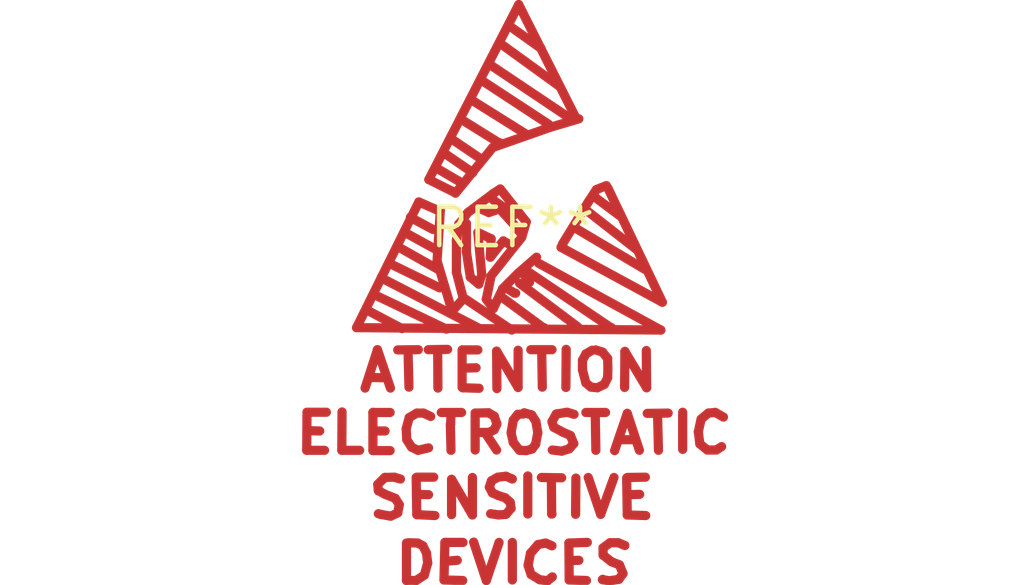
<source format=kicad_pcb>
(kicad_pcb (version 20240108) (generator pcbnew)
  (layers (0 "F.Cu" signal) (31 "B.Cu" signal) (34 "B.Paste" user) (35 "F.Paste" user) (36 "B.SilkS" user "B.Silkscreen") (37 "F.SilkS" user "F.Silkscreen") (38 "B.Mask" user) (39 "F.Mask" user) (44 "Edge.Cuts" user))
  (net 0 "")
  (footprint "Symbol_ESD-Logo-Text_CopperTop" (layer "F.Cu") (at 0 0)
    (property "Reference" "REF**")
    (property "Value" "Symbol_ESD-Logo-Text_CopperTop")
    (fp_line (start -6.79958 7.37108) (end -6.2103 7.37108) (layer "F.Cu") (stroke (width 0.3048)))
    (fp_line (start -6.78942 6.11124) (end -6.79958 7.37108) (layer "F.Cu") (stroke (width 0.3048)))
    (fp_line (start -6.37032 6.731) (end -6.74878 6.72084) (layer "F.Cu") (stroke (width 0.3048)))
    (fp_line (start -6.14934 6.11124) (end -6.78942 6.11124) (layer "F.Cu") (stroke (width 0.3048)))
    (fp_line (start -5.6388 7.37108) (end -5.04952 7.37108) (layer "F.Cu") (stroke (width 0.3048)))
    (fp_line (start -5.63118 6.10108) (end -5.6388 7.37108) (layer "F.Cu") (stroke (width 0.3048)))
    (fp_line (start -5.15112 3.31216) (end 4.90982 3.3909) (layer "F.Cu") (stroke (width 0.3048)))
    (fp_line (start -4.86918 5.31114) (end -4.46024 4.04114) (layer "F.Cu") (stroke (width 0.3048)))
    (fp_line (start -4.77012 2.75082) (end -3.64998 3.34264) (layer "F.Cu") (stroke (width 0.3048)))
    (fp_line (start -4.7498 4.96062) (end -4.15036 4.97078) (layer "F.Cu") (stroke (width 0.3048)))
    (fp_line (start -4.6101 6.11886) (end -4.6101 7.38124) (layer "F.Cu") (stroke (width 0.3048)))
    (fp_line (start -4.6101 6.11886) (end -4.04114 6.11886) (layer "F.Cu") (stroke (width 0.3048)))
    (fp_line (start -4.6101 7.38124) (end -4.04114 7.38124) (layer "F.Cu") (stroke (width 0.3048)))
    (fp_line (start -4.59994 6.12902) (end -4.6101 6.11886) (layer "F.Cu") (stroke (width 0.3048)))
    (fp_line (start -4.5593 2.2225) (end -2.17932 3.36042) (layer "F.Cu") (stroke (width 0.3048)))
    (fp_line (start -4.5593 6.731) (end -4.20878 6.731) (layer "F.Cu") (stroke (width 0.3048)))
    (fp_line (start -4.46024 4.04114) (end -4.03098 5.31114) (layer "F.Cu") (stroke (width 0.3048)))
    (fp_line (start -4.45008 8.49884) (end -4.42976 8.70966) (layer "F.Cu") (stroke (width 0.3048)))
    (fp_line (start -4.42976 8.70966) (end -4.20116 8.82904) (layer "F.Cu") (stroke (width 0.3048)))
    (fp_line (start -4.36118 9.48944) (end -4.42976 9.46912) (layer "F.Cu") (stroke (width 0.3048)))
    (fp_line (start -4.34086 1.66116) (end -1.14046 3.31216) (layer "F.Cu") (stroke (width 0.3048)))
    (fp_line (start -4.21894 8.27024) (end -4.45008 8.49884) (layer "F.Cu") (stroke (width 0.3048)))
    (fp_line (start -4.20116 8.82904) (end -3.87096 8.96112) (layer "F.Cu") (stroke (width 0.3048)))
    (fp_line (start -4.03098 1.20142) (end -2.41046 1.99136) (layer "F.Cu") (stroke (width 0.3048)))
    (fp_line (start -4.02082 9.5504) (end -4.36118 9.48944) (layer "F.Cu") (stroke (width 0.3048)))
    (fp_line (start -3.90906 8.26008) (end -4.21894 8.27024) (layer "F.Cu") (stroke (width 0.3048)))
    (fp_line (start -3.87096 8.96112) (end -3.73888 9.1694) (layer "F.Cu") (stroke (width 0.3048)))
    (fp_line (start -3.78968 4.04876) (end -3.10896 4.04114) (layer "F.Cu") (stroke (width 0.3048)))
    (fp_line (start -3.78968 9.44118) (end -4.02082 9.5504) (layer "F.Cu") (stroke (width 0.3048)))
    (fp_line (start -3.74904 0.65278) (end -2.46126 1.38176) (layer "F.Cu") (stroke (width 0.3048)))
    (fp_line (start -3.73888 9.1694) (end -3.78968 9.44118) (layer "F.Cu") (stroke (width 0.3048)))
    (fp_line (start -3.70078 8.32104) (end -3.90906 8.26008) (layer "F.Cu") (stroke (width 0.3048)))
    (fp_line (start -3.55092 0.16256) (end -2.47904 0.75184) (layer "F.Cu") (stroke (width 0.3048)))
    (fp_line (start -3.51028 6.65988) (end -3.48996 7.02056) (layer "F.Cu") (stroke (width 0.3048)))
    (fp_line (start -3.50012 10.4394) (end -3.50012 11.67892) (layer "F.Cu") (stroke (width 0.3048)))
    (fp_line (start -3.50012 11.67892) (end -3.18008 11.67892) (layer "F.Cu") (stroke (width 0.3048)))
    (fp_line (start -3.48996 7.02056) (end -3.32994 7.26948) (layer "F.Cu") (stroke (width 0.3048)))
    (fp_line (start -3.44932 4.04876) (end -3.41884 5.28066) (layer "F.Cu") (stroke (width 0.3048)))
    (fp_line (start -3.41122 6.28904) (end -3.51028 6.65988) (layer "F.Cu") (stroke (width 0.3048)))
    (fp_line (start -3.37058 -0.33782) (end -2.6289 0.06096) (layer "F.Cu") (stroke (width 0.3048)))
    (fp_line (start -3.32994 7.26948) (end -3.11912 7.37108) (layer "F.Cu") (stroke (width 0.3048)))
    (fp_line (start -3.18008 11.67892) (end -2.91084 11.50112) (layer "F.Cu") (stroke (width 0.3048)))
    (fp_line (start -3.15976 6.13918) (end -3.41122 6.28904) (layer "F.Cu") (stroke (width 0.3048)))
    (fp_line (start -3.15976 9.4996) (end -3.18008 8.27024) (layer "F.Cu") (stroke (width 0.3048)))
    (fp_line (start -3.12928 10.4394) (end -3.429 10.42924) (layer "F.Cu") (stroke (width 0.3048)))
    (fp_line (start -3.11912 7.37108) (end -2.77114 7.2898) (layer "F.Cu") (stroke (width 0.3048)))
    (fp_line (start -3.09118 -0.84836) (end -5.15112 3.31216) (layer "F.Cu") (stroke (width 0.3048)))
    (fp_line (start -2.9591 10.53084) (end -3.12928 10.4394) (layer "F.Cu") (stroke (width 0.3048)))
    (fp_line (start -2.93878 6.13918) (end -3.15976 6.13918) (layer "F.Cu") (stroke (width 0.3048)))
    (fp_line (start -2.91084 11.50112) (end -2.79908 11.0998) (layer "F.Cu") (stroke (width 0.3048)))
    (fp_line (start -2.83972 10.7696) (end -2.9591 10.53084) (layer "F.Cu") (stroke (width 0.3048)))
    (fp_line (start -2.79908 11.0998) (end -2.83972 10.7696) (layer "F.Cu") (stroke (width 0.3048)))
    (fp_line (start -2.77876 4.04114) (end -2.14122 4.03098) (layer "F.Cu") (stroke (width 0.3048)))
    (fp_line (start -2.77114 8.8392) (end -3.16992 8.82904) (layer "F.Cu") (stroke (width 0.3048)))
    (fp_line (start -2.76098 -1.5875) (end -1.89992 -1.15824) (layer "F.Cu") (stroke (width 0.3048)))
    (fp_line (start -2.70002 6.25094) (end -2.93878 6.13918) (layer "F.Cu") (stroke (width 0.3048)))
    (fp_line (start -2.60096 8.26008) (end -3.1496 8.26008) (layer "F.Cu") (stroke (width 0.3048)))
    (fp_line (start -2.56032 9.53008) (end -3.15976 9.4996) (layer "F.Cu") (stroke (width 0.3048)))
    (fp_line (start -2.50952 -1.9685) (end -1.6891 -1.48844) (layer "F.Cu") (stroke (width 0.3048)))
    (fp_line (start -2.4892 1.10236) (end -1.99136 2.77114) (layer "F.Cu") (stroke (width 0.3048)))
    (fp_line (start -2.46126 -0.56896) (end -3.09118 -0.84836) (layer "F.Cu") (stroke (width 0.3048)))
    (fp_line (start -2.46126 5.31114) (end -2.46888 4.05892) (layer "F.Cu") (stroke (width 0.3048)))
    (fp_line (start -2.41046 1.99136) (end -2.37998 1.99136) (layer "F.Cu") (stroke (width 0.3048)))
    (fp_line (start -2.37998 -0.57912) (end -2.4892 1.10236) (layer "F.Cu") (stroke (width 0.3048)))
    (fp_line (start -2.3495 6.11886) (end -1.67894 6.11886) (layer "F.Cu") (stroke (width 0.3048)))
    (fp_line (start -2.2606 11.66114) (end -1.64084 11.67892) (layer "F.Cu") (stroke (width 0.3048)))
    (fp_line (start -2.23012 -2.44856) (end -1.31064 -1.81864) (layer "F.Cu") (stroke (width 0.3048)))
    (fp_line (start -2.23012 10.41908) (end -2.2606 11.66114) (layer "F.Cu") (stroke (width 0.3048)))
    (fp_line (start -2.159 11.03884) (end -2.159 11.02106) (layer "F.Cu") (stroke (width 0.3048)))
    (fp_line (start -2.04978 -2.9591) (end -1.03124 -2.26822) (layer "F.Cu") (stroke (width 0.3048)))
    (fp_line (start -2.04978 6.49986) (end -2.02946 7.37108) (layer "F.Cu") (stroke (width 0.3048)))
    (fp_line (start -2.03962 6.52018) (end -2.02946 6.12902) (layer "F.Cu") (stroke (width 0.3048)))
    (fp_line (start -2.02946 6.12902) (end -2.00914 6.12902) (layer "F.Cu") (stroke (width 0.3048)))
    (fp_line (start -2.00914 8.3312) (end -1.3208 9.50976) (layer "F.Cu") (stroke (width 0.3048)))
    (fp_line (start -2.00914 9.4996) (end -2.00914 8.3312) (layer "F.Cu") (stroke (width 0.3048)))
    (fp_line (start -1.99136 2.77114) (end -1.62052 2.35204) (layer "F.Cu") (stroke (width 0.3048)))
    (fp_line (start -1.89992 -1.15824) (end -1.86944 -1.15824) (layer "F.Cu") (stroke (width 0.3048)))
    (fp_line (start -1.84912 0.42164) (end -1.77038 -0.11938) (layer "F.Cu") (stroke (width 0.3048)))
    (fp_line (start -1.84912 1.48082) (end -1.84912 0.42164) (layer "F.Cu") (stroke (width 0.3048)))
    (fp_line (start -1.82118 11.0109) (end -2.159 11.03884) (layer "F.Cu") (stroke (width 0.3048)))
    (fp_line (start -1.77038 -0.11938) (end -1.71958 -0.16764) (layer "F.Cu") (stroke (width 0.3048)))
    (fp_line (start -1.71958 -3.59918) (end -0.44958 -2.80924) (layer "F.Cu") (stroke (width 0.3048)))
    (fp_line (start -1.71958 -0.16764) (end -1.47066 -0.49784) (layer "F.Cu") (stroke (width 0.3048)))
    (fp_line (start -1.66116 4.04876) (end -1.66116 5.28066) (layer "F.Cu") (stroke (width 0.3048)))
    (fp_line (start -1.66116 5.28066) (end -1.651 5.28066) (layer "F.Cu") (stroke (width 0.3048)))
    (fp_line (start -1.651 4.04876) (end -1.14046 4.04876) (layer "F.Cu") (stroke (width 0.3048)))
    (fp_line (start -1.64084 5.30098) (end -1.63068 5.30098) (layer "F.Cu") (stroke (width 0.3048)))
    (fp_line (start -1.63068 10.41908) (end -2.23012 10.41908) (layer "F.Cu") (stroke (width 0.3048)))
    (fp_line (start -1.62052 2.35204) (end -1.84912 1.48082) (layer "F.Cu") (stroke (width 0.3048)))
    (fp_line (start -1.62052 4.65074) (end -1.6002 4.65074) (layer "F.Cu") (stroke (width 0.3048)))
    (fp_line (start -1.53924 2.37236) (end -0.02032 3.3909) (layer "F.Cu") (stroke (width 0.3048)))
    (fp_line (start -1.51892 -0.1397) (end -1.51892 0.80264) (layer "F.Cu") (stroke (width 0.3048)))
    (fp_line (start -1.51892 0.80264) (end -1.38938 1.64084) (layer "F.Cu") (stroke (width 0.3048)))
    (fp_line (start -1.47066 -0.49784) (end -0.62992 -1.12776) (layer "F.Cu") (stroke (width 0.3048)))
    (fp_line (start -1.38938 1.64084) (end -1.10998 1.87198) (layer "F.Cu") (stroke (width 0.3048)))
    (fp_line (start -1.3589 -4.2291) (end 0.45974 -3.08864) (layer "F.Cu") (stroke (width 0.3048)))
    (fp_line (start -1.3208 9.50976) (end -1.3208 8.27024) (layer "F.Cu") (stroke (width 0.3048)))
    (fp_line (start -1.31064 -1.81864) (end -1.31064 -1.83896) (layer "F.Cu") (stroke (width 0.3048)))
    (fp_line (start -1.28016 10.40892) (end -0.86106 11.67892) (layer "F.Cu") (stroke (width 0.3048)))
    (fp_line (start -1.22936 6.13918) (end -0.78994 6.12902) (layer "F.Cu") (stroke (width 0.3048)))
    (fp_line (start -1.22936 7.36092) (end -1.22936 6.13918) (layer "F.Cu") (stroke (width 0.3048)))
    (fp_line (start -1.19888 4.64058) (end -1.62052 4.65074) (layer "F.Cu") (stroke (width 0.3048)))
    (fp_line (start -1.17094 6.77926) (end -1.16078 6.77926) (layer "F.Cu") (stroke (width 0.3048)))
    (fp_line (start -1.14046 0.16256) (end -0.70104 0.37084) (layer "F.Cu") (stroke (width 0.3048)))
    (fp_line (start -1.10998 -0.6477) (end -0.77978 -0.49784) (layer "F.Cu") (stroke (width 0.3048)))
    (fp_line (start -1.10998 1.87198) (end -1.01092 1.5621) (layer "F.Cu") (stroke (width 0.3048)))
    (fp_line (start -1.09982 5.31876) (end -1.64084 5.30098) (layer "F.Cu") (stroke (width 0.3048)))
    (fp_line (start -1.01092 -4.86918) (end 1.19888 -3.41884) (layer "F.Cu") (stroke (width 0.3048)))
    (fp_line (start -1.01092 1.5621) (end -1.14046 0.16256) (layer "F.Cu") (stroke (width 0.3048)))
    (fp_line (start -0.87884 6.8199) (end -0.5207 7.36092) (layer "F.Cu") (stroke (width 0.3048)))
    (fp_line (start -0.86106 2.37236) (end -0.62992 2.68224) (layer "F.Cu") (stroke (width 0.3048)))
    (fp_line (start -0.86106 11.67892) (end -0.43942 10.41908) (layer "F.Cu") (stroke (width 0.3048)))
    (fp_line (start -0.78994 6.12902) (end -0.59944 6.24078) (layer "F.Cu") (stroke (width 0.3048)))
    (fp_line (start -0.77978 -0.49784) (end -0.4191 -0.61722) (layer "F.Cu") (stroke (width 0.3048)))
    (fp_line (start -0.76962 6.77926) (end -1.17094 6.77926) (layer "F.Cu") (stroke (width 0.3048)))
    (fp_line (start -0.75946 8.59028) (end -0.6604 8.78078) (layer "F.Cu") (stroke (width 0.3048)))
    (fp_line (start -0.7493 -5.3975) (end 1.85928 -3.64744) (layer "F.Cu") (stroke (width 0.3048)))
    (fp_line (start -0.72898 0.98044) (end -0.29972 0.44196) (layer "F.Cu") (stroke (width 0.3048)))
    (fp_line (start -0.70104 0.37084) (end -0.72898 0.98044) (layer "F.Cu") (stroke (width 0.3048)))
    (fp_line (start -0.70104 1.59258) (end -0.86106 2.37236) (layer "F.Cu") (stroke (width 0.3048)))
    (fp_line (start -0.69088 8.37946) (end -0.75946 8.59028) (layer "F.Cu") (stroke (width 0.3048)))
    (fp_line (start -0.6604 8.78078) (end -0.45974 8.86968) (layer "F.Cu") (stroke (width 0.3048)))
    (fp_line (start -0.65024 -2.64922) (end -1.8796 -1.13792) (layer "F.Cu") (stroke (width 0.3048)))
    (fp_line (start -0.65024 -0.92964) (end 0.06096 -0.4191) (layer "F.Cu") (stroke (width 0.3048)))
    (fp_line (start -0.62992 -1.12776) (end -0.40132 -1.27762) (layer "F.Cu") (stroke (width 0.3048)))
    (fp_line (start -0.62992 2.68224) (end -0.32004 2.02184) (layer "F.Cu") (stroke (width 0.3048)))
    (fp_line (start -0.59944 6.24078) (end -0.51054 6.49986) (layer "F.Cu") (stroke (width 0.3048)))
    (fp_line (start -0.59944 6.69036) (end -0.76962 6.77926) (layer "F.Cu") (stroke (width 0.3048)))
    (fp_line (start -0.5207 4.0894) (end 0.1905 5.29082) (layer "F.Cu") (stroke (width 0.3048)))
    (fp_line (start -0.51054 5.32892) (end -0.5207 4.0894) (layer "F.Cu") (stroke (width 0.3048)))
    (fp_line (start -0.51054 6.49986) (end -0.59944 6.69036) (layer "F.Cu") (stroke (width 0.3048)))
    (fp_line (start -0.48006 8.26008) (end -0.69088 8.37946) (layer "F.Cu") (stroke (width 0.3048)))
    (fp_line (start -0.45974 8.86968) (end -0.23876 8.9408) (layer "F.Cu") (stroke (width 0.3048)))
    (fp_line (start -0.44958 -2.80924) (end -0.4191 -2.80924) (layer "F.Cu") (stroke (width 0.3048)))
    (fp_line (start -0.44958 9.50976) (end -0.71882 9.46912) (layer "F.Cu") (stroke (width 0.3048)))
    (fp_line (start -0.4191 -0.61722) (end 0.06096 -0.0889) (layer "F.Cu") (stroke (width 0.3048)))
    (fp_line (start -0.40132 -1.27762) (end 0.45974 -0.18796) (layer "F.Cu") (stroke (width 0.3048)))
    (fp_line (start -0.35052 -6.0579) (end 1.57988 -4.65836) (layer "F.Cu") (stroke (width 0.3048)))
    (fp_line (start -0.35052 2.30124) (end 1.02108 3.31216) (layer "F.Cu") (stroke (width 0.3048)))
    (fp_line (start -0.32004 2.02184) (end 0.1905 1.5113) (layer "F.Cu") (stroke (width 0.3048)))
    (fp_line (start -0.29972 0.44196) (end -0.07112 0.5715) (layer "F.Cu") (stroke (width 0.3048)))
    (fp_line (start -0.23876 8.9408) (end -0.07112 9.09066) (layer "F.Cu") (stroke (width 0.3048)))
    (fp_line (start -0.22098 1.99136) (end 0.07874 2.1717) (layer "F.Cu") (stroke (width 0.3048)))
    (fp_line (start -0.21082 8.2296) (end -0.48006 8.26008) (layer "F.Cu") (stroke (width 0.3048)))
    (fp_line (start -0.21082 9.48944) (end -0.44958 9.50976) (layer "F.Cu") (stroke (width 0.3048)))
    (fp_line (start -0.0889 -6.6675) (end 0.94996 -5.92836) (layer "F.Cu") (stroke (width 0.3048)))
    (fp_line (start -0.07112 9.09066) (end -0.04064 9.28878) (layer "F.Cu") (stroke (width 0.3048)))
    (fp_line (start -0.04064 6.78942) (end 0.03048 6.37032) (layer "F.Cu") (stroke (width 0.3048)))
    (fp_line (start -0.04064 9.28878) (end -0.21082 9.48944) (layer "F.Cu") (stroke (width 0.3048)))
    (fp_line (start 0 8.32104) (end -0.21082 8.2296) (layer "F.Cu") (stroke (width 0.3048)))
    (fp_line (start 0 10.41908) (end 0 11.66114) (layer "F.Cu") (stroke (width 0.3048)))
    (fp_line (start 0.03048 6.37032) (end 0.18034 6.17982) (layer "F.Cu") (stroke (width 0.3048)))
    (fp_line (start 0.03048 7.10946) (end -0.04064 6.78942) (layer "F.Cu") (stroke (width 0.3048)))
    (fp_line (start 0.06096 -0.0889) (end 0.23876 0.14224) (layer "F.Cu") (stroke (width 0.3048)))
    (fp_line (start 0.07874 2.1717) (end 0.10922 2.1717) (layer "F.Cu") (stroke (width 0.3048)))
    (fp_line (start 0.18034 6.17982) (end 0.36068 6.16966) (layer "F.Cu") (stroke (width 0.3048)))
    (fp_line (start 0.1905 1.5113) (end 0.8001 0.98044) (layer "F.Cu") (stroke (width 0.3048)))
    (fp_line (start 0.1905 5.29082) (end 0.1905 4.05892) (layer "F.Cu") (stroke (width 0.3048)))
    (fp_line (start 0.21082 -7.3787) (end -2.76098 -1.5875) (layer "F.Cu") (stroke (width 0.3048)))
    (fp_line (start 0.23876 1.8415) (end 2.16916 3.29184) (layer "F.Cu") (stroke (width 0.3048)))
    (fp_line (start 0.23876 7.37108) (end 0.03048 7.10946) (layer "F.Cu") (stroke (width 0.3048)))
    (fp_line (start 0.30988 0.32258) (end -0.70104 1.59258) (layer "F.Cu") (stroke (width 0.3048)))
    (fp_line (start 0.30988 1.4605) (end 0.56896 1.81102) (layer "F.Cu") (stroke (width 0.3048)))
    (fp_line (start 0.39116 6.12902) (end 0.64008 6.20014) (layer "F.Cu") (stroke (width 0.3048)))
    (fp_line (start 0.45974 -0.18796) (end 0.30988 0.32258) (layer "F.Cu") (stroke (width 0.3048)))
    (fp_line (start 0.45974 7.38124) (end 0.23876 7.37108) (layer "F.Cu") (stroke (width 0.3048)))
    (fp_line (start 0.51054 8.21944) (end 0.51054 9.47928) (layer "F.Cu") (stroke (width 0.3048)))
    (fp_line (start 0.5207 1.4605) (end 3.25882 3.31216) (layer "F.Cu") (stroke (width 0.3048)))
    (fp_line (start 0.5207 11.18108) (end 0.61976 11.4808) (layer "F.Cu") (stroke (width 0.3048)))
    (fp_line (start 0.59944 10.77976) (end 0.5207 11.18108) (layer "F.Cu") (stroke (width 0.3048)))
    (fp_line (start 0.6096 4.04114) (end 1.31064 4.04114) (layer "F.Cu") (stroke (width 0.3048)))
    (fp_line (start 0.61976 11.4808) (end 0.89916 11.65098) (layer "F.Cu") (stroke (width 0.3048)))
    (fp_line (start 0.64008 6.20014) (end 0.77978 6.42112) (layer "F.Cu") (stroke (width 0.3048)))
    (fp_line (start 0.65024 7.33044) (end 0.45974 7.38124) (layer "F.Cu") (stroke (width 0.3048)))
    (fp_line (start 0.76962 7.17042) (end 0.65024 7.33044) (layer "F.Cu") (stroke (width 0.3048)))
    (fp_line (start 0.77978 6.42112) (end 0.84074 6.78942) (layer "F.Cu") (stroke (width 0.3048)))
    (fp_line (start 0.84074 6.78942) (end 0.76962 7.17042) (layer "F.Cu") (stroke (width 0.3048)))
    (fp_line (start 0.8509 10.4902) (end 0.59944 10.77976) (layer "F.Cu") (stroke (width 0.3048)))
    (fp_line (start 0.89916 11.65098) (end 1.16078 11.68908) (layer "F.Cu") (stroke (width 0.3048)))
    (fp_line (start 0.96012 8.27024) (end 1.63068 8.2804) (layer "F.Cu") (stroke (width 0.3048)))
    (fp_line (start 0.97028 4.06908) (end 0.9906 5.28066) (layer "F.Cu") (stroke (width 0.3048)))
    (fp_line (start 1.02108 3.31216) (end 1.04902 3.31216) (layer "F.Cu") (stroke (width 0.3048)))
    (fp_line (start 1.09982 10.4394) (end 0.8509 10.4902) (layer "F.Cu") (stroke (width 0.3048)))
    (fp_line (start 1.16078 11.68908) (end 1.31064 11.5697) (layer "F.Cu") (stroke (width 0.3048)))
    (fp_line (start 1.24968 -3.31724) (end -0.65024 -2.64922) (layer "F.Cu") (stroke (width 0.3048)))
    (fp_line (start 1.29032 8.29056) (end 1.30048 9.47928) (layer "F.Cu") (stroke (width 0.3048)))
    (fp_line (start 1.30048 9.47928) (end 1.31064 9.47928) (layer "F.Cu") (stroke (width 0.3048)))
    (fp_line (start 1.31064 6.42112) (end 1.36906 6.60908) (layer "F.Cu") (stroke (width 0.3048)))
    (fp_line (start 1.31064 10.53084) (end 1.09982 10.4394) (layer "F.Cu") (stroke (width 0.3048)))
    (fp_line (start 1.31064 11.5697) (end 1.3208 11.55954) (layer "F.Cu") (stroke (width 0.3048)))
    (fp_line (start 1.36906 6.60908) (end 1.66878 6.7691) (layer "F.Cu") (stroke (width 0.3048)))
    (fp_line (start 1.45034 6.16966) (end 1.31064 6.42112) (layer "F.Cu") (stroke (width 0.3048)))
    (fp_line (start 1.61036 0.65278) (end 1.67894 0.6223) (layer "F.Cu") (stroke (width 0.3048)))
    (fp_line (start 1.63068 7.39902) (end 1.3208 7.36092) (layer "F.Cu") (stroke (width 0.3048)))
    (fp_line (start 1.65862 0.54102) (end 2.16916 -0.28956) (layer "F.Cu") (stroke (width 0.3048)))
    (fp_line (start 1.66878 6.7691) (end 1.92024 6.88086) (layer "F.Cu") (stroke (width 0.3048)))
    (fp_line (start 1.78054 4.03098) (end 1.77038 5.29082) (layer "F.Cu") (stroke (width 0.3048)))
    (fp_line (start 1.81102 6.11124) (end 1.45034 6.16966) (layer "F.Cu") (stroke (width 0.3048)))
    (fp_line (start 1.86944 10.4394) (end 1.8796 11.66114) (layer "F.Cu") (stroke (width 0.3048)))
    (fp_line (start 1.8796 7.32028) (end 1.63068 7.39902) (layer "F.Cu") (stroke (width 0.3048)))
    (fp_line (start 1.8796 11.66114) (end 2.4511 11.67892) (layer "F.Cu") (stroke (width 0.3048)))
    (fp_line (start 1.92024 6.88086) (end 2.02946 7.1501) (layer "F.Cu") (stroke (width 0.3048)))
    (fp_line (start 2.02946 7.1501) (end 1.8796 7.32028) (layer "F.Cu") (stroke (width 0.3048)))
    (fp_line (start 2.03962 6.17982) (end 1.81102 6.11124) (layer "F.Cu") (stroke (width 0.3048)))
    (fp_line (start 2.09042 -3.64744) (end 0.21082 -7.3787) (layer "F.Cu") (stroke (width 0.3048)))
    (fp_line (start 2.10058 8.29056) (end 2.09042 9.48944) (layer "F.Cu") (stroke (width 0.3048)))
    (fp_line (start 2.1209 0.04064) (end 4.37896 1.38176) (layer "F.Cu") (stroke (width 0.3048)))
    (fp_line (start 2.16916 -0.28956) (end 2.49936 -0.82804) (layer "F.Cu") (stroke (width 0.3048)))
    (fp_line (start 2.19964 -3.59918) (end 1.24968 -3.31724) (layer "F.Cu") (stroke (width 0.3048)))
    (fp_line (start 2.19964 11.0109) (end 1.88976 11.02106) (layer "F.Cu") (stroke (width 0.3048)))
    (fp_line (start 2.31902 4.38912) (end 2.43078 4.18084) (layer "F.Cu") (stroke (width 0.3048)))
    (fp_line (start 2.31902 4.70916) (end 2.31902 4.38912) (layer "F.Cu") (stroke (width 0.3048)))
    (fp_line (start 2.43078 4.18084) (end 2.63906 4.05892) (layer "F.Cu") (stroke (width 0.3048)))
    (fp_line (start 2.43078 5.14096) (end 2.31902 4.70916) (layer "F.Cu") (stroke (width 0.3048)))
    (fp_line (start 2.43078 6.11886) (end 3.08102 6.11886) (layer "F.Cu") (stroke (width 0.3048)))
    (fp_line (start 2.4511 -0.56896) (end 4.09956 0.72136) (layer "F.Cu") (stroke (width 0.3048)))
    (fp_line (start 2.47904 10.41908) (end 1.86944 10.4394) (layer "F.Cu") (stroke (width 0.3048)))
    (fp_line (start 2.49936 -0.82804) (end 2.77876 -1.2573) (layer "F.Cu") (stroke (width 0.3048)))
    (fp_line (start 2.50952 8.27024) (end 2.921 9.48944) (layer "F.Cu") (stroke (width 0.3048)))
    (fp_line (start 2.60096 5.28066) (end 2.43078 5.14096) (layer "F.Cu") (stroke (width 0.3048)))
    (fp_line (start 2.70002 -1.0287) (end 3.54076 -0.39878) (layer "F.Cu") (stroke (width 0.3048)))
    (fp_line (start 2.74066 6.12902) (end 2.76098 7.37108) (layer "F.Cu") (stroke (width 0.3048)))
    (fp_line (start 2.75082 4.04876) (end 2.97942 4.11988) (layer "F.Cu") (stroke (width 0.3048)))
    (fp_line (start 2.77876 -1.2573) (end 3.10896 -1.38938) (layer "F.Cu") (stroke (width 0.3048)))
    (fp_line (start 2.80924 5.30098) (end 2.60096 5.28066) (layer "F.Cu") (stroke (width 0.3048)))
    (fp_line (start 2.921 9.48944) (end 3.36042 8.27024) (layer "F.Cu") (stroke (width 0.3048)))
    (fp_line (start 2.97942 4.11988) (end 3.1496 4.3307) (layer "F.Cu") (stroke (width 0.3048)))
    (fp_line (start 2.97942 11.65098) (end 2.98958 11.64082) (layer "F.Cu") (stroke (width 0.3048)))
    (fp_line (start 2.99974 10.59942) (end 2.99974 10.84072) (layer "F.Cu") (stroke (width 0.3048)))
    (fp_line (start 2.99974 10.84072) (end 3.27914 11.05916) (layer "F.Cu") (stroke (width 0.3048)))
    (fp_line (start 3.04038 5.18922) (end 2.80924 5.30098) (layer "F.Cu") (stroke (width 0.3048)))
    (fp_line (start 3.1496 4.3307) (end 3.15976 4.67106) (layer "F.Cu") (stroke (width 0.3048)))
    (fp_line (start 3.1496 4.97078) (end 3.04038 5.18922) (layer "F.Cu") (stroke (width 0.3048)))
    (fp_line (start 3.15976 -1.3081) (end 4.96062 2.47142) (layer "F.Cu") (stroke (width 0.3048)))
    (fp_line (start 3.15976 4.67106) (end 3.1496 4.97078) (layer "F.Cu") (stroke (width 0.3048)))
    (fp_line (start 3.21056 11.68908) (end 2.97942 11.65098) (layer "F.Cu") (stroke (width 0.3048)))
    (fp_line (start 3.23088 10.42924) (end 2.99974 10.59942) (layer "F.Cu") (stroke (width 0.3048)))
    (fp_line (start 3.25882 3.31216) (end 3.27914 3.31216) (layer "F.Cu") (stroke (width 0.3048)))
    (fp_line (start 3.27914 11.05916) (end 3.54076 11.16076) (layer "F.Cu") (stroke (width 0.3048)))
    (fp_line (start 3.38074 7.38124) (end 3.79984 6.14934) (layer "F.Cu") (stroke (width 0.3048)))
    (fp_line (start 3.50012 10.42924) (end 3.23088 10.42924) (layer "F.Cu") (stroke (width 0.3048)))
    (fp_line (start 3.51028 7.02056) (end 4.04114 7.02056) (layer "F.Cu") (stroke (width 0.3048)))
    (fp_line (start 3.52044 11.64082) (end 3.21056 11.68908) (layer "F.Cu") (stroke (width 0.3048)))
    (fp_line (start 3.54076 11.16076) (end 3.66014 11.45032) (layer "F.Cu") (stroke (width 0.3048)))
    (fp_line (start 3.66014 11.45032) (end 3.52044 11.64082) (layer "F.Cu") (stroke (width 0.3048)))
    (fp_line (start 3.71094 5.29082) (end 3.7211 4.09956) (layer "F.Cu") (stroke (width 0.3048)))
    (fp_line (start 3.7211 4.09956) (end 4.43992 5.30098) (layer "F.Cu") (stroke (width 0.3048)))
    (fp_line (start 3.7211 10.52068) (end 3.50012 10.42924) (layer "F.Cu") (stroke (width 0.3048)))
    (fp_line (start 3.79984 6.14934) (end 4.20116 7.37108) (layer "F.Cu") (stroke (width 0.3048)))
    (fp_line (start 3.79984 9.50976) (end 3.77952 8.29056) (layer "F.Cu") (stroke (width 0.3048)))
    (fp_line (start 4.20878 8.82904) (end 3.85064 8.8392) (layer "F.Cu") (stroke (width 0.3048)))
    (fp_line (start 4.39928 8.26008) (end 3.79984 8.27024) (layer "F.Cu") (stroke (width 0.3048)))
    (fp_line (start 4.40944 9.53008) (end 3.79984 9.50976) (layer "F.Cu") (stroke (width 0.3048)))
    (fp_line (start 4.43992 5.30098) (end 4.42976 4.06908) (layer "F.Cu") (stroke (width 0.3048)))
    (fp_line (start 4.46024 6.14934) (end 5.15112 6.13918) (layer "F.Cu") (stroke (width 0.3048)))
    (fp_line (start 4.8006 6.14934) (end 4.83108 7.37108) (layer "F.Cu") (stroke (width 0.3048)))
    (fp_line (start 4.90982 3.3909) (end 0.86868 1.1811) (layer "F.Cu") (stroke (width 0.3048)))
    (fp_line (start 4.96062 2.47142) (end 1.61036 0.65278) (layer "F.Cu") (stroke (width 0.3048)))
    (fp_line (start 5.63118 6.11124) (end 5.63118 7.3406) (layer "F.Cu") (stroke (width 0.3048)))
    (fp_line (start 6.14934 6.75894) (end 6.20014 7.16026) (layer "F.Cu") (stroke (width 0.3048)))
    (fp_line (start 6.20014 7.16026) (end 6.44906 7.36092) (layer "F.Cu") (stroke (width 0.3048)))
    (fp_line (start 6.24078 6.33984) (end 6.14934 6.75894) (layer "F.Cu") (stroke (width 0.3048)))
    (fp_line (start 6.44906 7.36092) (end 6.74116 7.36092) (layer "F.Cu") (stroke (width 0.3048)))
    (fp_line (start 6.47954 6.13918) (end 6.24078 6.33984) (layer "F.Cu") (stroke (width 0.3048)))
    (fp_line (start 6.71068 6.11886) (end 6.47954 6.13918) (layer "F.Cu") (stroke (width 0.3048)))
    (fp_line (start 6.74116 7.36092) (end 6.91896 7.24916) (layer "F.Cu") (stroke (width 0.3048)))
    (fp_line (start 6.97992 6.27126) (end 6.71068 6.11886) (layer "F.Cu") (stroke (width 0.3048)))
  )
)
</source>
